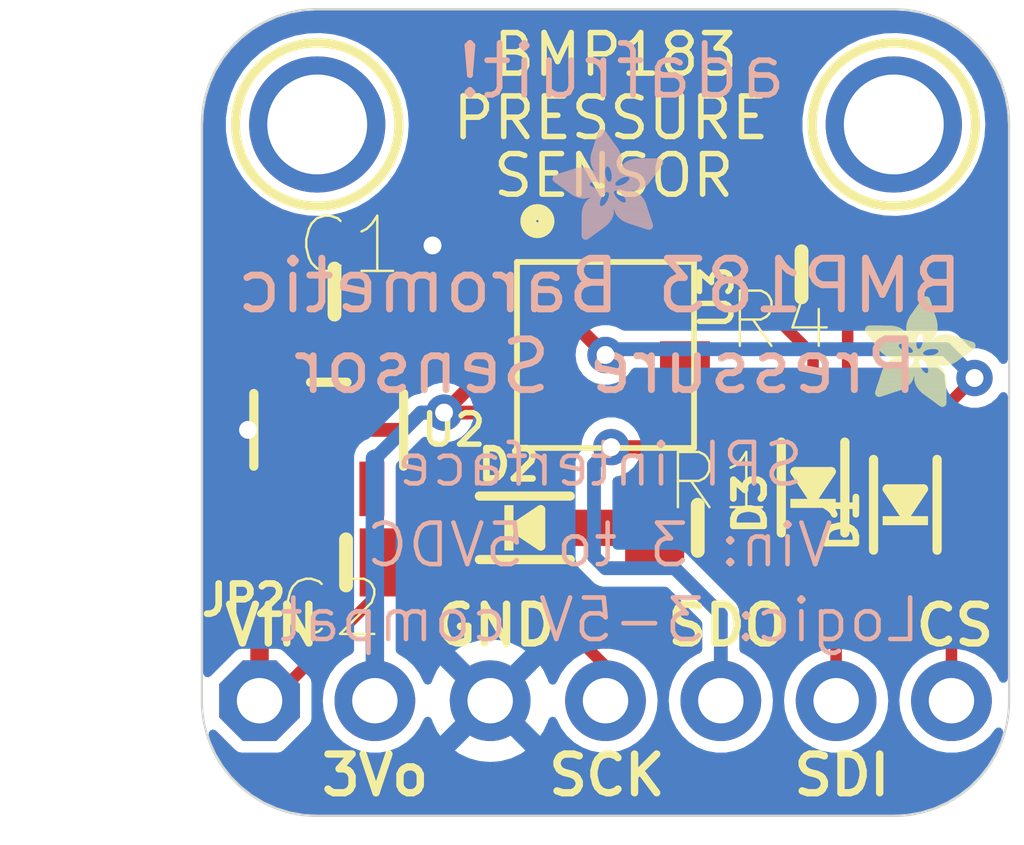
<source format=kicad_pcb>
(kicad_pcb (version 20221018) (generator pcbnew)
  (layers (0 "F.Cu" signal) (31 "B.Cu" signal) (34 "B.Paste" user) (35 "F.Paste" user) (36 "B.SilkS" user "B.Silkscreen") (37 "F.SilkS" user "F.Silkscreen") (38 "B.Mask" user) (39 "F.Mask" user) (44 "Edge.Cuts" user))
  (net 0 "")
  (net 1 "GND")
  (net 2 "SDI_3.3V")
  (net 3 "SCK_3.3V")
  (net 4 "SDI_5.0V")
  (net 5 "SCK_5.0V")
  (net 6 "+3V3")
  (net 7 "+5V")
  (net 8 "CS_5V")
  (net 9 "SDO")
  (net 10 "CS_3V")
  (footprint "working:FIDUCIAL_1MM" (layer "F.Cu") (at 145.3261 102.7176)
    (fp_text reference "U$5" hide)
    (fp_text value "FIDUCIAL" hide)
    (pad "1" smd roundrect (at 0 0) (size 1 1) (layers "F.Cu") (roundrect_rratio 0.5))
  )
  (footprint "working:FIDUCIAL_1MM" (layer "F.Cu") (at 156.1211 101.5746)
    (fp_text reference "U$15" hide)
    (fp_text value "FIDUCIAL" hide)
    (pad "1" smd roundrect (at 0 0) (size 1 1) (layers "F.Cu") (roundrect_rratio 0.5))
  )
  (footprint "working:SOD-323" (layer "F.Cu") (at 146.7231 107.5436)
    (fp_text reference "D2" (at -1.1 -1) (layer "F.SilkS") (effects (font (size 0.666496 0.666496) (thickness 0.146304)) (justify left bottom)))
    (fp_text value "1n4148")
    (pad "A" smd rect (at 1.27 0) (size 1.35 0.8) (layers "F.Cu" "F.Paste" "F.Mask") (net 3 "SCK_3.3V"))
    (pad "C" smd rect (at -1.27 0) (size 1.35 0.8) (layers "F.Cu" "F.Paste" "F.Mask") (net 5 "SCK_5.0V"))
  )
  (footprint "working:0805-NO" (layer "F.Cu") (at 142.5321 102.3366)
    (fp_text reference "C1" (at -0.889 -1.016) (layer "F.SilkS") (effects (font (size 1.21668 1.21668) (thickness 0.05332)) (justify left)))
    (fp_text value "10uF")
    (pad "1" smd rect (at -0.95 0) (size 1.3 1.5) (layers "F.Cu" "F.Paste" "F.Mask") (net 6 "+3V3"))
    (pad "2" smd rect (at 0.95 0) (size 1.3 1.5) (layers "F.Cu" "F.Paste" "F.Mask") (net 1 "GND"))
  )
  (footprint "working:1X07_ROUND_70" (layer "F.Cu") (at 148.5011 111.3536)
    (fp_text reference "JP2" (at -8.9662 -1.8288) (layer "F.SilkS") (effects (font (size 0.666496 0.666496) (thickness 0.146304)) (justify left bottom)))
    (fp_text value "")
    (pad "1" thru_hole roundrect (at -7.62 0 90) (size 1.778 1.778) (drill 1) (layers "*.Cu" "*.Mask") (chamfer_ratio 0.2928932188) (chamfer top_left top_right bottom_left bottom_right) (net 7 "+5V"))
    (pad "2" thru_hole circle (at -5.08 0 90) (size 1.778 1.778) (drill 1) (layers "*.Cu" "*.Mask") (net 6 "+3V3"))
    (pad "3" thru_hole circle (at -2.54 0 90) (size 1.778 1.778) (drill 1) (layers "*.Cu" "*.Mask") (net 1 "GND"))
    (pad "4" thru_hole circle (at 0 0 90) (size 1.778 1.778) (drill 1) (layers "*.Cu" "*.Mask") (net 5 "SCK_5.0V"))
    (pad "5" thru_hole circle (at 2.54 0 90) (size 1.778 1.778) (drill 1) (layers "*.Cu" "*.Mask") (net 9 "SDO"))
    (pad "6" thru_hole circle (at 5.08 0 90) (size 1.778 1.778) (drill 1) (layers "*.Cu" "*.Mask") (net 4 "SDI_5.0V"))
    (pad "7" thru_hole circle (at 7.62 0 90) (size 1.778 1.778) (drill 1) (layers "*.Cu" "*.Mask") (net 8 "CS_5V"))
  )
  (footprint "working:0805-NO" (layer "F.Cu") (at 152.8191 101.9556 180)
    (fp_text reference "R4" (at -0.762 -1.016) (layer "F.SilkS") (effects (font (size 1.21668 1.21668) (thickness 0.05332)) (justify right)))
    (fp_text value "10K")
    (pad "1" smd rect (at -0.95 0 180) (size 1.3 1.5) (layers "F.Cu" "F.Paste" "F.Mask") (net 6 "+3V3"))
    (pad "2" smd rect (at 0.95 0 180) (size 1.3 1.5) (layers "F.Cu" "F.Paste" "F.Mask") (net 2 "SDI_3.3V"))
  )
  (footprint "working:SOD-323" (layer "F.Cu") (at 155.1051 107.0356 90)
    (fp_text reference "D1" (at -1.1 -1 90) (layer "F.SilkS") (effects (font (size 0.666496 0.666496) (thickness 0.146304)) (justify left bottom)))
    (fp_text value "1N4148")
    (pad "A" smd rect (at 1.27 0 90) (size 1.35 0.8) (layers "F.Cu" "F.Paste" "F.Mask") (net 10 "CS_3V"))
    (pad "C" smd rect (at -1.27 0 90) (size 1.35 0.8) (layers "F.Cu" "F.Paste" "F.Mask") (net 8 "CS_5V"))
  )
  (footprint "working:0805-NO" (layer "F.Cu") (at 150.5331 107.5436)
    (fp_text reference "R1" (at -0.762 -1.016) (layer "F.SilkS") (effects (font (size 1.21668 1.21668) (thickness 0.05332)) (justify left)))
    (fp_text value "10K")
    (pad "1" smd rect (at -0.95 0) (size 1.3 1.5) (layers "F.Cu" "F.Paste" "F.Mask") (net 3 "SCK_3.3V"))
    (pad "2" smd rect (at 0.95 0) (size 1.3 1.5) (layers "F.Cu" "F.Paste" "F.Mask") (net 6 "+3V3"))
  )
  (footprint "working:BMP18X_EXTENDED" (layer "F.Cu") (at 148.5011 103.7336 -90)
    (fp_text reference "U3" (at -2.04 -2.448 90) (layer "F.SilkS") (effects (font (size 0.692831 0.692831) (thickness 0.119969)) (justify right)))
    (fp_text value "BMP183")
    (pad "1" smd rect (at -1.8 1.45 270) (size 1.2 0.5) (layers "F.Cu" "F.Paste" "F.Mask") (net 10 "CS_3V"))
    (pad "2" smd rect (at 0 1.75 270) (size 0.6 1.1) (layers "F.Cu" "F.Paste" "F.Mask") (net 6 "+3V3"))
    (pad "3" smd rect (at 1.8 1.45 270) (size 1.2 0.5) (layers "F.Cu" "F.Paste" "F.Mask") (net 6 "+3V3"))
    (pad "4" smd rect (at 1.8 -1.45 270) (size 1.2 0.5) (layers "F.Cu" "F.Paste" "F.Mask") (net 9 "SDO"))
    (pad "5" smd rect (at 0 -1.75 270) (size 0.6 1.1) (layers "F.Cu" "F.Paste" "F.Mask") (net 3 "SCK_3.3V"))
    (pad "6" smd rect (at -1.8 -1.45 270) (size 1.2 0.5) (layers "F.Cu" "F.Paste" "F.Mask") (net 2 "SDI_3.3V"))
    (pad "7" smd rect (at -1.8 0 270) (size 1.1 0.6) (layers "F.Cu" "F.Paste" "F.Mask") (net 1 "GND"))
  )
  (footprint "working:ADAFRUIT_2.5MM" (layer "F.Cu") (at 154.2161 104.8766)
    (fp_text reference "U$6" hide)
    (fp_text value "" hide)
  )
  (footprint "working:SOT23-5" (layer "F.Cu") (at 142.4051 105.3846)
    (fp_text reference "U2" (at 1.978 0) (layer "F.SilkS") (effects (font (size 0.692831 0.692831) (thickness 0.119969)) (justify left)))
    (fp_text value "MIC5225-3.3")
    (pad "1" smd rect (at -0.95 1.3001) (size 0.55 1.2) (layers "F.Cu" "F.Paste" "F.Mask") (net 7 "+5V"))
    (pad "2" smd rect (at 0 1.3001) (size 0.55 1.2) (layers "F.Cu" "F.Paste" "F.Mask") (net 1 "GND"))
    (pad "3" smd rect (at 0.95 1.3001) (size 0.55 1.2) (layers "F.Cu" "F.Paste" "F.Mask") (net 7 "+5V"))
    (pad "4" smd rect (at 0.95 -1.3001) (size 0.55 1.2) (layers "F.Cu" "F.Paste" "F.Mask"))
    (pad "5" smd rect (at -0.95 -1.3001) (size 0.55 1.2) (layers "F.Cu" "F.Paste" "F.Mask") (net 6 "+3V3"))
  )
  (footprint "working:MOUNTINGHOLE_2.0_PLATED" (layer "F.Cu") (at 142.1511 98.6536)
    (fp_text reference "U$7" hide)
    (fp_text value "MOUNTINGHOLE2.0" hide)
    (pad "P$1" thru_hole circle (at 0 0) (size 3 3) (drill 2.2) (layers "*.Cu" "*.Mask"))
    (zone (net 0) (net_name "") (layer "B.Cu") (connect_pads (clearance 0)) (min_thickness 0.25)
      (keepout (tracks not_allowed) (vias not_allowed) (pads not_allowed) (copperpour not_allowed) (footprints allowed))
      (fill (thermal_gap 0.5) (thermal_bridge_width 0.5))
      (polygon (pts (xy 144.1671 98.6536) (xy 144.14748 98.373027) (xy 144.089004 98.097915) (xy 143.992808 97.833619) (xy 143.860765 97.585283) (xy 143.695446 97.35774) (xy 143.500067 97.15542) (xy 143.278433 96.98226) (xy 143.034856 96.841631) (xy 142.774078 96.73627) (xy 142.501175 96.668228) (xy 142.221457 96.638828) (xy 141.940371 96.648644) (xy 141.663385 96.697484) (xy 141.395893 96.784397) (xy 141.1431 96.907693) (xy 140.909926 97.06497) (xy 140.700911 97.253169) (xy 140.520122 97.468625) (xy 140.371078 97.707145) (xy 140.25668 97.964087) (xy 140.179154 98.23445) (xy 140.140011 98.512971) (xy 140.140011 98.794229) (xy 140.179154 99.07275) (xy 140.25668 99.343113) (xy 140.371078 99.600055) (xy 140.520122 99.838575) (xy 140.700911 100.054031) (xy 140.909926 100.24223) (xy 141.1431 100.399507) (xy 141.395893 100.522803) (xy 141.663385 100.609716) (xy 141.940371 100.658556) (xy 142.221457 100.668372) (xy 142.501175 100.638972) (xy 142.774078 100.57093) (xy 143.034856 100.465569) (xy 143.278433 100.32494) (xy 143.500067 100.15178) (xy 143.695446 99.94946) (xy 143.860765 99.721917) (xy 143.992808 99.473581) (xy 144.089004 99.209285) (xy 144.14748 98.934173)))
      (polygon (pts (xy 142.1351 98.6536) (xy 142.139786 98.664914) (xy 142.1511 98.6696) (xy 142.162414 98.664914) (xy 142.1671 98.6536) (xy 142.162414 98.642286) (xy 142.1511 98.6376) (xy 142.139786 98.642286)))
    )
  )
  (footprint "working:SOD-323" (layer "F.Cu") (at 153.0731 106.6546 90)
    (fp_text reference "D3" (at -1.1 -1 90) (layer "F.SilkS") (effects (font (size 0.666496 0.666496) (thickness 0.146304)) (justify left bottom)))
    (fp_text value "1n4148")
    (pad "A" smd rect (at 1.27 0 90) (size 1.35 0.8) (layers "F.Cu" "F.Paste" "F.Mask") (net 2 "SDI_3.3V"))
    (pad "C" smd rect (at -1.27 0 90) (size 1.35 0.8) (layers "F.Cu" "F.Paste" "F.Mask") (net 4 "SDI_5.0V"))
  )
  (footprint "working:MOUNTINGHOLE_2.0_PLATED" (layer "F.Cu") (at 154.8511 98.6536)
    (fp_text reference "U$8" hide)
    (fp_text value "MOUNTINGHOLE2.0" hide)
    (pad "P$1" thru_hole circle (at 0 0) (size 3 3) (drill 2.2) (layers "*.Cu" "*.Mask"))
    (zone (net 0) (net_name "") (layer "B.Cu") (connect_pads (clearance 0)) (min_thickness 0.25)
      (keepout (tracks not_allowed) (vias not_allowed) (pads not_allowed) (copperpour not_allowed) (footprints allowed))
      (fill (thermal_gap 0.5) (thermal_bridge_width 0.5))
      (polygon (pts (xy 156.8671 98.6536) (xy 156.84748 98.373027) (xy 156.789004 98.097915) (xy 156.692808 97.833619) (xy 156.560765 97.585283) (xy 156.395446 97.35774) (xy 156.200067 97.15542) (xy 155.978433 96.98226) (xy 155.734856 96.841631) (xy 155.474078 96.73627) (xy 155.201175 96.668228) (xy 154.921457 96.638828) (xy 154.640371 96.648644) (xy 154.363385 96.697484) (xy 154.095893 96.784397) (xy 153.8431 96.907693) (xy 153.609926 97.06497) (xy 153.400911 97.253169) (xy 153.220122 97.468625) (xy 153.071078 97.707145) (xy 152.95668 97.964087) (xy 152.879154 98.23445) (xy 152.840011 98.512971) (xy 152.840011 98.794229) (xy 152.879154 99.07275) (xy 152.95668 99.343113) (xy 153.071078 99.600055) (xy 153.220122 99.838575) (xy 153.400911 100.054031) (xy 153.609926 100.24223) (xy 153.8431 100.399507) (xy 154.095893 100.522803) (xy 154.363385 100.609716) (xy 154.640371 100.658556) (xy 154.921457 100.668372) (xy 155.201175 100.638972) (xy 155.474078 100.57093) (xy 155.734856 100.465569) (xy 155.978433 100.32494) (xy 156.200067 100.15178) (xy 156.395446 99.94946) (xy 156.560765 99.721917) (xy 156.692808 99.473581) (xy 156.789004 99.209285) (xy 156.84748 98.934173)))
      (polygon (pts (xy 154.8351 98.6536) (xy 154.839786 98.664914) (xy 154.8511 98.6696) (xy 154.862414 98.664914) (xy 154.8671 98.6536) (xy 154.862414 98.642286) (xy 154.8511 98.6376) (xy 154.839786 98.642286)))
    )
  )
  (footprint "working:0805-NO" (layer "F.Cu") (at 142.7861 108.3056 180)
    (fp_text reference "C2" (at -0.889 -1.016) (layer "F.SilkS") (effects (font (size 1.21668 1.21668) (thickness 0.05332)) (justify right)))
    (fp_text value "10uF")
    (pad "1" smd rect (at -0.95 0 180) (size 1.3 1.5) (layers "F.Cu" "F.Paste" "F.Mask") (net 7 "+5V"))
    (pad "2" smd rect (at 0.95 0 180) (size 1.3 1.5) (layers "F.Cu" "F.Paste" "F.Mask") (net 1 "GND"))
  )
  (footprint "working:ADAFRUIT_2.5MM" (layer "B.Cu") (at 149.7711 101.1936 180)
    (fp_text reference "U$2" hide)
    (fp_text value "" hide)
  )
  (gr_arc (start 157.3911 111.3536) (mid 156.647151 113.149651) (end 154.8511 113.8936) (stroke (width 0.05)) (layer "Edge.Cuts"))
  (gr_line (start 157.3911 98.6536) (end 157.3911 111.3536) (stroke (width 0.05)) (layer "Edge.Cuts"))
  (gr_arc (start 139.6111 98.6536) (mid 140.355049 96.857549) (end 142.1511 96.1136) (stroke (width 0.05)) (layer "Edge.Cuts"))
  (gr_line (start 154.8511 113.8936) (end 142.1511 113.8936) (stroke (width 0.05)) (layer "Edge.Cuts"))
  (gr_line (start 142.1511 96.1136) (end 154.8511 96.1136) (stroke (width 0.05)) (layer "Edge.Cuts"))
  (gr_line (start 139.6111 111.3536) (end 139.6111 98.6536) (stroke (width 0.05)) (layer "Edge.Cuts"))
  (gr_arc (start 142.1511 113.8936) (mid 140.355049 113.149651) (end 139.6111 111.3536) (stroke (width 0.05)) (layer "Edge.Cuts"))
  (gr_arc (start 154.8511 96.1136) (mid 156.647151 96.857549) (end 157.3911 98.6536) (stroke (width 0.05)) (layer "Edge.Cuts"))
  (gr_text "SPI interface" (at 148.3741 106.1466) (layer "B.SilkS") (effects (font (size 0.9144 0.9144) (thickness 0.1016)) (justify mirror)))
  (gr_text "Logic: 3-5V compat" (at 148.3741 109.5756) (layer "B.SilkS") (effects (font (size 0.9144 0.9144) (thickness 0.1016)) (justify mirror)))
  (gr_text "Pressure Sensor" (at 148.5011 103.9876) (layer "B.SilkS") (effects (font (size 1.1176 1.1176) (thickness 0.1524)) (justify mirror)))
  (gr_text "Vin: 3 to 5VDC" (at 148.3741 107.9246) (layer "B.SilkS") (effects (font (size 0.9144 0.9144) (thickness 0.1016)) (justify mirror)))
  (gr_text "adafruit!" (at 152.5651 98.1456) (layer "B.SilkS") (effects (font (size 1.143 1.143) (thickness 0.127)) (justify left bottom mirror)))
  (gr_text "BMP183 Barometic" (at 148.3741 102.2096) (layer "B.SilkS") (effects (font (size 1.1176 1.1176) (thickness 0.1524)) (justify mirror)))
  (gr_text "3Vo" (at 144.6911 112.4966) (layer "F.SilkS") (effects (font (size 0.85344 0.85344) (thickness 0.16256)) (justify right top)))
  (gr_text "VIN" (at 142.2781 109.1946) (layer "F.SilkS") (effects (font (size 0.85344 0.85344) (thickness 0.16256)) (justify right top)))
  (gr_text "PRESSURE" (at 145.0721 99.0346) (layer "F.SilkS") (effects (font (size 0.89408 0.89408) (thickness 0.12192)) (justify left bottom)))
  (gr_text "SCK" (at 149.8981 112.4966) (layer "F.SilkS") (effects (font (size 0.85344 0.85344) (thickness 0.16256)) (justify right top)))
  (gr_text "CS" (at 157.1371 109.1946) (layer "F.SilkS") (effects (font (size 0.85344 0.85344) (thickness 0.16256)) (justify right top)))
  (gr_text "BMP183" (at 145.9611 97.6376) (layer "F.SilkS") (effects (font (size 0.89408 0.89408) (thickness 0.12192)) (justify left bottom)))
  (gr_text "SDI" (at 154.8511 112.4966) (layer "F.SilkS") (effects (font (size 0.85344 0.85344) (thickness 0.16256)) (justify right top)))
  (gr_text "GND" (at 147.4851 109.1946) (layer "F.SilkS") (effects (font (size 0.85344 0.85344) (thickness 0.16256)) (justify right top)))
  (gr_text "SENSOR" (at 145.9611 100.3046) (layer "F.SilkS") (effects (font (size 0.89408 0.89408) (thickness 0.12192)) (justify left bottom)))
  (gr_text "SDO" (at 152.5651 109.1946) (layer "F.SilkS") (effects (font (size 0.85344 0.85344) (thickness 0.16256)) (justify right top)))
  (segment (start 147.8661 100.6856) (end 145.3261 100.6856) (width 0.3048) (layer "F.Cu") (net 1))
  (segment (start 142.4051 106.6847) (end 142.4051 105.8926) (width 0.3048) (layer "F.Cu") (net 1))
  (segment (start 144.1831 101.3206) (end 144.6911 101.3206) (width 0.3048) (layer "F.Cu") (net 1))
  (segment (start 141.8971 105.3846) (end 140.6271 105.3846) (width 0.3048) (layer "F.Cu") (net 1))
  (segment (start 143.8021 102.3366) (end 143.8021 101.7016) (width 0.3048) (layer "F.Cu") (net 1))
  (segment (start 141.8361 108.3056) (end 142.4051 107.7366) (width 0.254) (layer "F.Cu") (net 1))
  (segment (start 148.5011 101.3206) (end 148.5011 101.9336) (width 0.3048) (layer "F.Cu") (net 1))
  (segment (start 142.4051 107.7366) (end 142.4051 106.6847) (width 0.254) (layer "F.Cu") (net 1))
  (segment (start 143.4821 102.3366) (end 143.8021 102.3366) (width 0.3048) (layer "F.Cu") (net 1))
  (segment (start 145.3261 100.6856) (end 144.6911 101.3206) (width 0.3048) (layer "F.Cu") (net 1))
  (segment (start 143.8021 101.7016) (end 144.1831 101.3206) (width 0.3048) (layer "F.Cu") (net 1))
  (segment (start 142.4051 105.8926) (end 141.8971 105.3846) (width 0.3048) (layer "F.Cu") (net 1))
  (segment (start 147.8661 100.6856) (end 148.5011 101.3206) (width 0.3048) (layer "F.Cu") (net 1))
  (via (at 144.6911 101.3206) (size 0.8001) (drill 0.3937) (layers "F.Cu" "B.Cu") (net 1))
  (via (at 140.6271 105.3846) (size 0.8001) (drill 0.3937) (layers "F.Cu" "B.Cu") (net 1))
  (segment (start 151.8691 102.5296) (end 153.0731 103.7336) (width 0.254) (layer "F.Cu") (net 2))
  (segment (start 150.0561 101.9556) (end 151.8691 101.9556) (width 0.3048) (layer "F.Cu") (net 2))
  (segment (start 153.0731 103.7336) (end 153.0731 105.3846) (width 0.254) (layer "F.Cu") (net 2))
  (segment (start 150.0561 101.9556) (end 150.0341 101.9336) (width 0.3048) (layer "F.Cu") (net 2))
  (segment (start 150.0341 101.9336) (end 149.9511 101.9336) (width 0.3048) (layer "F.Cu") (net 2))
  (segment (start 151.8691 101.9556) (end 151.8691 102.5296) (width 0.254) (layer "F.Cu") (net 2))
  (segment (start 149.5831 107.3506) (end 150.7871 106.1466) (width 0.254) (layer "F.Cu") (net 3))
  (segment (start 149.5831 107.5436) (end 147.9931 107.5436) (width 0.254) (layer "F.Cu") (net 3))
  (segment (start 150.7871 104.2696) (end 150.2511 103.7336) (width 0.254) (layer "F.Cu") (net 3))
  (segment (start 150.7871 106.1466) (end 150.7871 104.2696) (width 0.254) (layer "F.Cu") (net 3))
  (segment (start 149.5831 107.5436) (end 149.5831 107.3506) (width 0.254) (layer "F.Cu") (net 3))
  (segment (start 153.5811 108.4326) (end 153.5811 111.3536) (width 0.254) (layer "F.Cu") (net 4))
  (segment (start 153.0731 107.9246) (end 153.5811 108.4326) (width 0.254) (layer "F.Cu") (net 4))
  (segment (start 148.5011 110.5916) (end 148.5011 111.3536) (width 0.254) (layer "F.Cu") (net 5))
  (segment (start 145.4531 107.5436) (end 148.5011 110.5916) (width 0.254) (layer "F.Cu") (net 5))
  (segment (start 153.8351 101.9556) (end 153.7691 101.9556) (width 0.254) (layer "F.Cu") (net 6))
  (segment (start 144.0561 105.3846) (end 144.4371 105.0036) (width 0.3048) (layer "F.Cu") (net 6))
  (segment (start 144.5641 99.7966) (end 152.1841 99.7966) (width 0.3048) (layer "F.Cu") (net 6))
  (segment (start 142.7861 105.3846) (end 144.0561 105.3846) (width 0.3048) (layer "F.Cu") (net 6))
  (segment (start 144.5641 99.7966) (end 143.2941 101.0666) (width 0.3048) (layer "F.Cu") (net 6))
  (segment (start 153.8351 106.4006) (end 153.8351 101.9556) (width 0.254) (layer "F.Cu") (net 6))
  (segment (start 142.0241 101.0666) (end 141.5821 101.5086) (width 0.3048) (layer "F.Cu") (net 6))
  (segment (start 141.486 104.0845) (end 142.7861 105.3846) (width 0.3048) (layer "F.Cu") (net 6))
  (segment (start 141.5821 102.3366) (end 141.4551 102.3366) (width 0.3048) (layer "F.Cu") (net 6))
  (segment (start 141.5821 102.3366) (end 141.5821 101.8896) (width 0.3048) (layer "F.Cu") (net 6))
  (segment (start 153.8351 101.8896) (end 153.7691 101.9556) (width 0.3048) (layer "F.Cu") (net 6))
  (segment (start 147.0511 105.5336) (end 147.0511 105.0036) (width 0.3048) (layer "F.Cu") (net 6))
  (segment (start 141.4551 104.0845) (end 141.486 104.0845) (width 0.3048) (layer "F.Cu") (net 6))
  (segment (start 143.2941 101.0666) (end 142.0241 101.0666) (width 0.3048) (layer "F.Cu") (net 6))
  (segment (start 144.4371 105.0036) (end 144.9451 105.0036) (width 0.3048) (layer "F.Cu") (net 6))
  (segment (start 152.1841 99.7966) (end 153.7691 101.3816) (width 0.3048) (layer "F.Cu") (net 6))
  (segment (start 141.5821 101.5086) (end 141.5821 102.3366) (width 0.3048) (layer "F.Cu") (net 6))
  (segment (start 153.5811 106.6546) (end 153.8351 106.4006) (width 0.254) (layer "F.Cu") (net 6))
  (segment (start 141.4551 102.3366) (end 141.4551 104.0845) (width 0.3048) (layer "F.Cu") (net 6))
  (segment (start 151.4831 107.5436) (end 152.3721 106.6546) (width 0.254) (layer "F.Cu") (net 6))
  (segment (start 146.2151 103.7336) (end 146.7511 103.7336) (width 0.3048) (layer "F.Cu") (net 6))
  (segment (start 153.7691 101.3816) (end 153.7691 101.9556) (width 0.3048) (layer "F.Cu") (net 6))
  (segment (start 152.3721 106.6546) (end 153.5811 106.6546) (width 0.254) (layer "F.Cu") (net 6))
  (segment (start 147.0511 105.0036) (end 144.9451 105.0036) (width 0.3048) (layer "F.Cu") (net 6))
  (segment (start 144.9451 105.0036) (end 146.2151 103.7336) (width 0.3048) (layer "F.Cu") (net 6))
  (via (at 144.9451 105.0036) (size 0.8001) (drill 0.3937) (layers "F.Cu" "B.Cu") (net 6))
  (segment (start 144.4371 105.0036) (end 144.9451 105.0036) (width 0.3048) (layer "B.Cu") (net 6))
  (segment (start 143.4211 106.0196) (end 143.4211 111.3536) (width 0.4064) (layer "B.Cu") (net 6))
  (segment (start 143.4211 106.0196) (end 144.4371 105.0036) (width 0.3048) (layer "B.Cu") (net 6))
  (segment (start 140.3731 107.6706) (end 140.3731 109.4486) (width 0.3048) (layer "F.Cu") (net 7))
  (segment (start 141.3891 111.0996) (end 141.1351 111.0996) (width 0.254) (layer "F.Cu") (net 7))
  (segment (start 140.8811 111.3536) (end 140.8811 109.9566) (width 0.4064) (layer "F.Cu") (net 7))
  (segment (start 143.3551 106.6847) (end 143.3551 109.1336) (width 0.254) (layer "F.Cu") (net 7))
  (segment (start 140.3731 109.4486) (end 140.8811 109.9566) (width 0.3048) (layer "F.Cu") (net 7))
  (segment (start 143.3551 109.1336) (end 141.3891 111.0996) (width 0.254) (layer "F.Cu") (net 7))
  (segment (start 143.3551 106.6847) (end 143.3551 107.9246) (width 0.254) (layer "F.Cu") (net 7))
  (segment (start 143.3551 106.6847) (end 143.3852 106.6546) (width 0.3048) (layer "F.Cu") (net 7))
  (segment (start 141.4551 106.6847) (end 141.359 106.6847) (width 0.3048) (layer "F.Cu") (net 7))
  (segment (start 143.3551 107.9246) (end 143.7361 108.3056) (width 0.254) (layer "F.Cu") (net 7))
  (segment (start 141.359 106.6847) (end 140.3731 107.6706) (width 0.3048) (layer "F.Cu") (net 7))
  (segment (start 141.1351 111.0996) (end 140.8811 111.3536) (width 0.254) (layer "F.Cu") (net 7))
  (segment (start 156.1211 109.3216) (end 156.1211 111.3536) (width 0.254) (layer "F.Cu") (net 8))
  (segment (start 155.1051 108.3056) (end 156.1211 109.3216) (width 0.254) (layer "F.Cu") (net 8))
  (segment (start 149.9511 105.5336) (end 149.7191 105.7656) (width 0.254) (layer "F.Cu") (net 9))
  (segment (start 149.5481 105.7656) (end 148.6281 105.7656) (width 0.3048) (layer "F.Cu") (net 9))
  (segment (start 149.7191 105.7656) (end 149.5481 105.7656) (width 0.254) (layer "F.Cu") (net 9))
  (via (at 148.6281 105.7656) (size 0.8001) (drill 0.3937) (layers "F.Cu" "B.Cu") (net 9))
  (segment (start 148.2471 106.1466) (end 148.2471 108.1786) (width 0.3048) (layer "B.Cu") (net 9))
  (segment (start 150.0251 108.4326) (end 151.0411 109.4486) (width 0.3048) (layer "B.Cu") (net 9))
  (segment (start 148.6281 105.7656) (end 148.2471 106.1466) (width 0.3048) (layer "B.Cu") (net 9))
  (segment (start 148.2471 108.1786) (end 148.5011 108.4326) (width 0.3048) (layer "B.Cu") (net 9))
  (segment (start 148.5011 108.4326) (end 150.0251 108.4326) (width 0.3048) (layer "B.Cu") (net 9))
  (segment (start 151.0411 109.4486) (end 151.0411 111.3536) (width 0.3048) (layer "B.Cu") (net 9))
  (segment (start 155.1051 105.7656) (end 156.6291 104.2416) (width 0.254) (layer "F.Cu") (net 10))
  (segment (start 147.0511 102.2836) (end 148.5011 103.7336) (width 0.3048) (layer "F.Cu") (net 10))
  (segment (start 147.0511 101.9336) (end 147.0511 102.2836) (width 0.3048) (layer "F.Cu") (net 10))
  (via (at 156.6291 104.2416) (size 0.8001) (drill 0.3937) (layers "F.Cu" "B.Cu") (net 10))
  (via (at 148.5011 103.7336) (size 0.8001) (drill 0.3937) (layers "F.Cu" "B.Cu") (net 10))
  (segment (start 155.9941 103.6066) (end 156.6291 104.2416) (width 0.3048) (layer "B.Cu") (net 10))
  (segment (start 148.5011 103.7336) (end 148.6281 103.6066) (width 0.3048) (layer "B.Cu") (net 10))
  (segment (start 148.6281 103.6066) (end 155.9941 103.6066) (width 0.3048) (layer "B.Cu") (net 10))
  (zone (net 1) (net_name "GND") (layer "B.Cu") (priority 6) (connect_pads (clearance 0.254)) (min_thickness 0.2032) (fill yes (thermal_gap 0.4564) (thermal_bridge_width 0.4564))
    (polygon (pts (xy 157.722757 114.0968) (xy 139.536346 114.0968) (xy 139.406443 95.9104) (xy 157.592854 95.9104)))
  )
)
</source>
